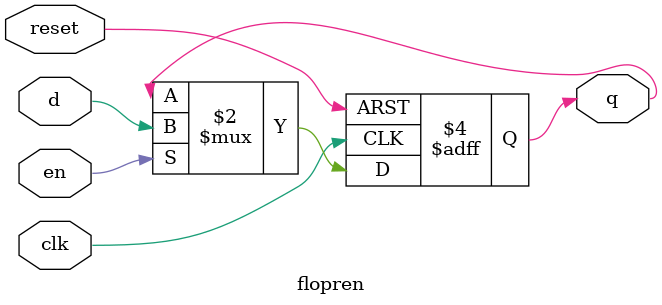
<source format=sv>

module lab2_task1(input  logic clk,
                input  logic reset,
                input  logic left, right,
                output logic lc, lb, la, ra, rb, rc);

logic s0, s1;
logic en, r_lr;
logic a, b, c;



logic nexts1, nexts0;
xor nextS1State(nexts1, s0, s1); //s1' = s1 xor s0
not nextS0State(nexts0, s0); //s0' = ^s0



logic ns1, ns0,orns1ns0;
not notS1(ns1, s1);
not notS0(ns0, s0);


logic tempCh, tempEn;
xor startmode(tempCh, left, right); //temp check (left = 0 and right = 0) or (left = 1 and right = 1)
and EN0(tempEn, ns0, ns1); // en = ^s1 and ^s0
and EN1(en, tempCh, tempEn); // en = (right xor left) and (^s1 and ^s0) 

logic sCl;
logic temp;
or f(temp,s1,s0);
or stateCalc(sCl, en, temp);
and forb(forab,s1,ns0);


flopren reg_lr(clk, reset, en, left, r_lr);// to preserve Left/Right control  // left = 0 => right
flopren reg_state0(clk, reset, sCl, nexts0, s0);
flopren reg_state1(clk, reset, sCl, nexts1, s1);



or (a,forab, s0); // a = s0+s1*-s0
or (b, forab, s0);// b = s0+s1*-s0
and(c, ns0, s1); // c = s1 and ^s0

//---------------------------------

logic pLa, pLb, pLc, pRa, pRb, pRc;

and preOutLa(pLa, r_lr, a);
and preOutLb(pLb, r_lr, b);
and preOutLc(pLc, r_lr, c);

logic nt;
not nTurn(nt, r_lr);

and preOutRa(pRa, nt, a);
and preOutRb(pRb, nt, b);
and preOutRc(pRc, nt, c);

assign la = pLa;
assign lb = pLb;
assign lc = pLc;

assign ra = pRa;
assign rb = pRb;
assign rc = pRc;


endmodule


module flopren(input  logic clk, reset, en, d,
            output logic q);
            
  always_ff @(posedge clk, posedge reset)
    if (reset) q <= 0;
    else if (en) q <= d;
endmodule




</source>
